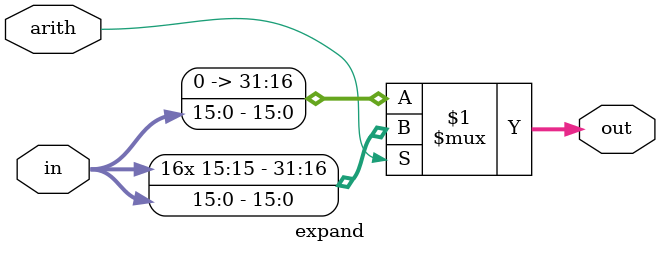
<source format=v>
`timescale 1ns / 1ps
module expand(in,arith,out);
	input[15:0] in;
	input arith;
	output [31:0] out;
	
	assign out = (arith?{{16{in[15]}},in[15:0]}:{{16{1'b0}},in[15:0]});

endmodule

</source>
